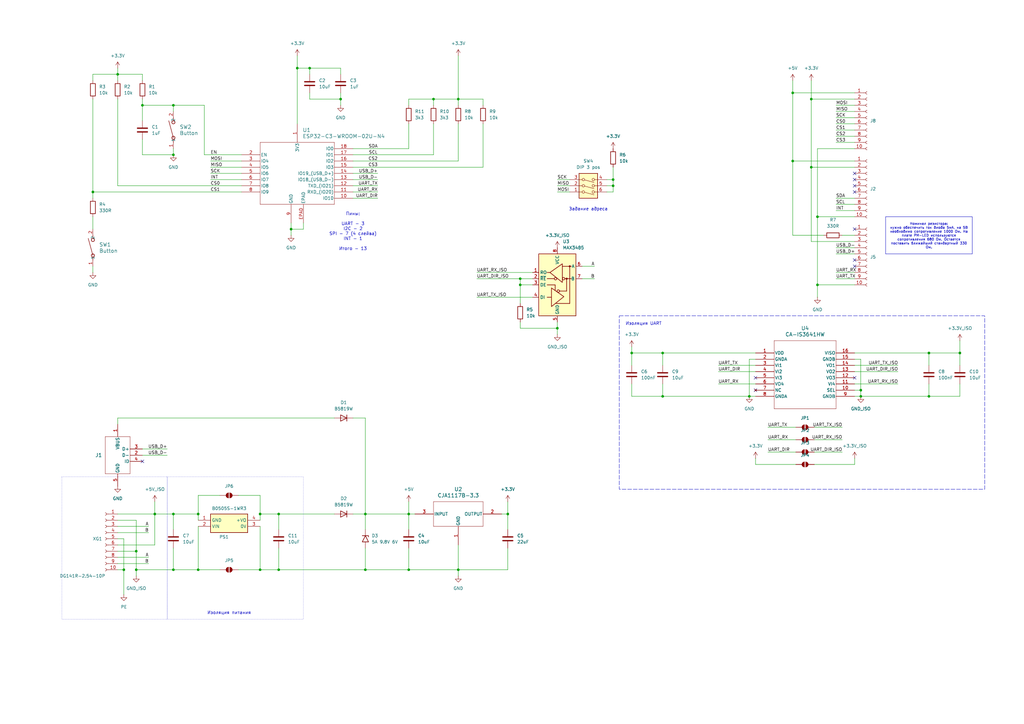
<source format=kicad_sch>
(kicad_sch (version 20231120) (generator "eeschema") (generator_version "8.0")
  (paper "A3")
  (title_block (title "${article} v${version}"))
  (junction (at 271.78 144.78))
  (junction (at 139.7 40.64))
  (junction (at 81.28 233.68))
  (junction (at 106.68 233.68))
  (junction (at 119.38 93.98))
  (junction (at 48.26 30.48))
  (junction (at 251.46 76.2))
  (junction (at 393.7 144.78))
  (junction (at 106.68 210.82))
  (junction (at 187.96 40.64))
  (junction (at 213.36 114.3))
  (junction (at 213.36 116.84))
  (junction (at 325.12 38.1))
  (junction (at 325.12 66.04))
  (junction (at 353.06 162.56))
  (junction (at 71.12 43.18))
  (junction (at 58.42 43.18))
  (junction (at 271.78 162.56))
  (junction (at 127 27.94))
  (junction (at 187.96 233.68))
  (junction (at 38.1 78.74))
  (junction (at 50.8 233.68))
  (junction (at 167.64 233.68))
  (junction (at 81.28 210.82))
  (junction (at 149.86 233.68))
  (junction (at 149.86 210.82))
  (junction (at 114.3 233.68))
  (junction (at 71.12 233.68))
  (junction (at 55.88 226.06))
  (junction (at 63.5 210.82))
  (junction (at 259.08 144.78))
  (junction (at 55.88 233.68))
  (junction (at 251.46 73.66))
  (junction (at 381 144.78))
  (junction (at 353.06 160.02))
  (junction (at 332.74 40.64))
  (junction (at 332.74 68.58))
  (junction (at 335.28 116.84))
  (junction (at 71.12 63.5))
  (junction (at 307.34 162.56))
  (junction (at 177.8 40.64))
  (junction (at 121.92 27.94))
  (junction (at 381 162.56))
  (junction (at 167.64 210.82))
  (junction (at 114.3 210.82))
  (junction (at 335.28 88.9))
  (junction (at 71.12 210.82))
  (junction (at 208.28 210.82))
  (junction (at 228.6 134.62))
  (no_connect (at 350.52 76.2))
  (no_connect (at 309.88 154.94))
  (no_connect (at 350.52 71.12))
  (no_connect (at 350.52 78.74))
  (no_connect (at 350.52 93.98))
  (no_connect (at 350.52 106.68))
  (no_connect (at 350.52 154.94))
  (no_connect (at 350.52 109.22))
  (no_connect (at 350.52 73.66))
  (no_connect (at 309.88 160.02))
  (no_connect (at 58.42 189.23))
  (wire (pts (xy 271.78 144.78) (xy 309.88 144.78)))
  (wire (pts (xy 332.74 40.64) (xy 350.52 40.64)))
  (wire (pts (xy 121.92 22.86) (xy 121.92 27.94)))
  (wire (pts (xy 334.01 185.42) (xy 345.44 185.42)))
  (wire (pts (xy 342.9 111.76) (xy 350.52 111.76)))
  (wire (pts (xy 350.52 157.48) (xy 368.3 157.48)))
  (wire (pts (xy 119.38 93.98) (xy 119.38 96.52)))
  (wire (pts (xy 325.12 66.04) (xy 325.12 96.52)))
  (wire (pts (xy 124.46 91.44) (xy 124.46 93.98)))
  (wire (pts (xy 58.42 30.48) (xy 58.42 33.02)))
  (wire (pts (xy 271.78 157.48) (xy 271.78 162.56)))
  (wire (pts (xy 228.6 78.74) (xy 233.68 78.74)))
  (wire (pts (xy 325.12 38.1) (xy 325.12 66.04)))
  (wire (pts (xy 342.9 50.8) (xy 350.52 50.8)))
  (wire (pts (xy 309.88 147.32) (xy 307.34 147.32)))
  (wire (pts (xy 50.8 233.68) (xy 48.26 233.68)))
  (wire (pts (xy 187.96 233.68) (xy 187.96 223.52)))
  (wire (pts (xy 248.92 76.2) (xy 251.46 76.2)))
  (wire (pts (xy 259.08 142.24) (xy 259.08 144.78)))
  (wire (pts (xy 271.78 149.86) (xy 271.78 144.78)))
  (wire (pts (xy 50.8 220.98) (xy 50.8 233.68)))
  (wire (pts (xy 144.78 171.45) (xy 149.86 171.45)))
  (wire (pts (xy 342.9 86.36) (xy 350.52 86.36)))
  (wire (pts (xy 167.64 210.82) (xy 167.64 217.17)))
  (wire (pts (xy 381 144.78) (xy 393.7 144.78)))
  (wire (pts (xy 248.92 73.66) (xy 251.46 73.66)))
  (wire (pts (xy 106.68 213.36) (xy 106.68 210.82)))
  (wire (pts (xy 71.12 43.18) (xy 71.12 45.72)))
  (wire (pts (xy 187.96 40.64) (xy 187.96 43.18)))
  (wire (pts (xy 58.42 43.18) (xy 58.42 49.53)))
  (wire (pts (xy 334.01 180.34) (xy 345.44 180.34)))
  (wire (pts (xy 58.42 63.5) (xy 71.12 63.5)))
  (wire (pts (xy 144.78 81.28) (xy 154.94 81.28)))
  (wire (pts (xy 259.08 149.86) (xy 259.08 144.78)))
  (wire (pts (xy 48.26 173.99) (xy 48.26 171.45)))
  (wire (pts (xy 381 144.78) (xy 350.52 144.78)))
  (wire (pts (xy 127 38.1) (xy 127 40.64)))
  (wire (pts (xy 342.9 101.6) (xy 350.52 101.6)))
  (wire (pts (xy 144.78 76.2) (xy 154.94 76.2)))
  (wire (pts (xy 335.28 60.96) (xy 335.28 88.9)))
  (wire (pts (xy 393.7 157.48) (xy 393.7 162.56)))
  (wire (pts (xy 294.64 152.4) (xy 309.88 152.4)))
  (wire (pts (xy 81.28 215.9) (xy 81.28 233.68)))
  (wire (pts (xy 187.96 50.8) (xy 187.96 66.04)))
  (wire (pts (xy 149.86 224.79) (xy 149.86 233.68)))
  (wire (pts (xy 332.74 68.58) (xy 350.52 68.58)))
  (wire (pts (xy 71.12 224.79) (xy 71.12 233.68)))
  (wire (pts (xy 48.26 213.36) (xy 55.88 213.36)))
  (wire (pts (xy 334.01 175.26) (xy 345.44 175.26)))
  (wire (pts (xy 314.96 185.42) (xy 326.39 185.42)))
  (wire (pts (xy 353.06 162.56) (xy 381 162.56)))
  (wire (pts (xy 307.34 162.56) (xy 309.88 162.56)))
  (wire (pts (xy 342.9 48.26) (xy 350.52 48.26)))
  (wire (pts (xy 381 157.48) (xy 381 162.56)))
  (wire (pts (xy 71.12 217.17) (xy 71.12 210.82)))
  (wire (pts (xy 213.36 132.08) (xy 213.36 134.62)))
  (wire (pts (xy 114.3 224.79) (xy 114.3 233.68)))
  (wire (pts (xy 86.36 71.12) (xy 99.06 71.12)))
  (wire (pts (xy 38.1 88.9) (xy 38.1 93.98)))
  (wire (pts (xy 38.1 30.48) (xy 48.26 30.48)))
  (wire (pts (xy 106.68 233.68) (xy 114.3 233.68)))
  (wire (pts (xy 195.58 114.3) (xy 213.36 114.3)))
  (wire (pts (xy 58.42 40.64) (xy 58.42 43.18)))
  (wire (pts (xy 350.52 60.96) (xy 335.28 60.96)))
  (wire (pts (xy 167.64 210.82) (xy 170.18 210.82)))
  (wire (pts (xy 38.1 33.02) (xy 38.1 30.48)))
  (wire (pts (xy 58.42 186.69) (xy 68.58 186.69)))
  (wire (pts (xy 342.9 53.34) (xy 350.52 53.34)))
  (wire (pts (xy 48.26 30.48) (xy 58.42 30.48)))
  (wire (pts (xy 58.42 184.15) (xy 68.58 184.15)))
  (wire (pts (xy 149.86 210.82) (xy 149.86 217.17)))
  (wire (pts (xy 121.92 27.94) (xy 121.92 50.8)))
  (wire (pts (xy 187.96 236.22) (xy 187.96 233.68)))
  (wire (pts (xy 127 40.64) (xy 139.7 40.64)))
  (wire (pts (xy 71.12 43.18) (xy 83.82 43.18)))
  (wire (pts (xy 167.64 40.64) (xy 177.8 40.64)))
  (wire (pts (xy 38.1 109.22) (xy 38.1 111.76)))
  (wire (pts (xy 177.8 40.64) (xy 187.96 40.64)))
  (wire (pts (xy 38.1 78.74) (xy 38.1 40.64)))
  (wire (pts (xy 325.12 33.02) (xy 325.12 38.1)))
  (wire (pts (xy 48.26 40.64) (xy 48.26 76.2)))
  (wire (pts (xy 228.6 134.62) (xy 228.6 137.16)))
  (wire (pts (xy 259.08 144.78) (xy 271.78 144.78)))
  (wire (pts (xy 208.28 210.82) (xy 208.28 217.17)))
  (wire (pts (xy 167.64 50.8) (xy 167.64 60.96)))
  (wire (pts (xy 48.26 228.6) (xy 60.96 228.6)))
  (wire (pts (xy 144.78 210.82) (xy 149.86 210.82)))
  (wire (pts (xy 119.38 91.44) (xy 119.38 93.98)))
  (wire (pts (xy 121.92 27.94) (xy 127 27.94)))
  (wire (pts (xy 218.44 116.84) (xy 213.36 116.84)))
  (wire (pts (xy 139.7 27.94) (xy 139.7 30.48)))
  (wire (pts (xy 106.68 210.82) (xy 114.3 210.82)))
  (wire (pts (xy 149.86 233.68) (xy 167.64 233.68)))
  (wire (pts (xy 350.52 116.84) (xy 335.28 116.84)))
  (wire (pts (xy 208.28 233.68) (xy 187.96 233.68)))
  (wire (pts (xy 55.88 226.06) (xy 55.88 233.68)))
  (wire (pts (xy 393.7 149.86) (xy 393.7 144.78)))
  (wire (pts (xy 55.88 213.36) (xy 55.88 226.06)))
  (wire (pts (xy 309.88 190.5) (xy 309.88 187.96)))
  (wire (pts (xy 294.64 157.48) (xy 309.88 157.48)))
  (wire (pts (xy 48.26 223.52) (xy 63.5 223.52)))
  (wire (pts (xy 81.28 233.68) (xy 90.17 233.68)))
  (wire (pts (xy 71.12 233.68) (xy 81.28 233.68)))
  (wire (pts (xy 167.64 233.68) (xy 187.96 233.68)))
  (wire (pts (xy 48.26 220.98) (xy 50.8 220.98)))
  (wire (pts (xy 63.5 205.74) (xy 63.5 210.82)))
  (wire (pts (xy 55.88 233.68) (xy 71.12 233.68)))
  (wire (pts (xy 144.78 68.58) (xy 198.12 68.58)))
  (wire (pts (xy 48.26 171.45) (xy 137.16 171.45)))
  (wire (pts (xy 127 27.94) (xy 139.7 27.94)))
  (wire (pts (xy 38.1 78.74) (xy 38.1 81.28)))
  (wire (pts (xy 71.12 60.96) (xy 71.12 63.5)))
  (wire (pts (xy 177.8 43.18) (xy 177.8 40.64)))
  (wire (pts (xy 342.9 58.42) (xy 350.52 58.42)))
  (wire (pts (xy 251.46 68.58) (xy 251.46 73.66)))
  (wire (pts (xy 139.7 40.64) (xy 139.7 43.18)))
  (wire (pts (xy 350.52 187.96) (xy 350.52 190.5)))
  (wire (pts (xy 119.38 93.98) (xy 124.46 93.98)))
  (wire (pts (xy 337.82 96.52) (xy 325.12 96.52)))
  (wire (pts (xy 271.78 162.56) (xy 307.34 162.56)))
  (wire (pts (xy 83.82 43.18) (xy 83.82 63.5)))
  (wire (pts (xy 63.5 210.82) (xy 63.5 223.52)))
  (wire (pts (xy 97.79 233.68) (xy 106.68 233.68)))
  (wire (pts (xy 208.28 210.82) (xy 208.28 205.74)))
  (wire (pts (xy 381 149.86) (xy 381 144.78)))
  (wire (pts (xy 90.17 203.2) (xy 81.28 203.2)))
  (wire (pts (xy 48.26 76.2) (xy 99.06 76.2)))
  (wire (pts (xy 393.7 139.7) (xy 393.7 144.78)))
  (wire (pts (xy 71.12 210.82) (xy 81.28 210.82)))
  (wire (pts (xy 350.52 190.5) (xy 334.01 190.5)))
  (wire (pts (xy 106.68 215.9) (xy 106.68 233.68)))
  (wire (pts (xy 350.52 152.4) (xy 368.3 152.4)))
  (wire (pts (xy 228.6 73.66) (xy 233.68 73.66)))
  (wire (pts (xy 228.6 134.62) (xy 228.6 132.08)))
  (wire (pts (xy 342.9 55.88) (xy 350.52 55.88)))
  (wire (pts (xy 350.52 160.02) (xy 353.06 160.02)))
  (wire (pts (xy 350.52 147.32) (xy 353.06 147.32)))
  (wire (pts (xy 381 162.56) (xy 393.7 162.56)))
  (wire (pts (xy 342.9 114.3) (xy 350.52 114.3)))
  (wire (pts (xy 259.08 162.56) (xy 271.78 162.56)))
  (wire (pts (xy 187.96 40.64) (xy 198.12 40.64)))
  (wire (pts (xy 332.74 40.64) (xy 332.74 68.58)))
  (wire (pts (xy 213.36 116.84) (xy 213.36 124.46)))
  (wire (pts (xy 195.58 121.92) (xy 218.44 121.92)))
  (wire (pts (xy 63.5 210.82) (xy 48.26 210.82)))
  (wire (pts (xy 228.6 76.2) (xy 233.68 76.2)))
  (wire (pts (xy 144.78 78.74) (xy 154.94 78.74)))
  (wire (pts (xy 114.3 217.17) (xy 114.3 210.82)))
  (wire (pts (xy 187.96 22.86) (xy 187.96 40.64)))
  (wire (pts (xy 208.28 224.79) (xy 208.28 233.68)))
  (wire (pts (xy 149.86 233.68) (xy 114.3 233.68)))
  (wire (pts (xy 195.58 111.76) (xy 218.44 111.76)))
  (wire (pts (xy 332.74 33.02) (xy 332.74 40.64)))
  (wire (pts (xy 149.86 171.45) (xy 149.86 210.82)))
  (wire (pts (xy 213.36 134.62) (xy 228.6 134.62)))
  (wire (pts (xy 342.9 81.28) (xy 350.52 81.28)))
  (wire (pts (xy 114.3 210.82) (xy 137.16 210.82)))
  (wire (pts (xy 177.8 50.8) (xy 177.8 63.5)))
  (wire (pts (xy 58.42 43.18) (xy 71.12 43.18)))
  (wire (pts (xy 332.74 99.06) (xy 350.52 99.06)))
  (wire (pts (xy 353.06 147.32) (xy 353.06 160.02)))
  (wire (pts (xy 144.78 60.96) (xy 167.64 60.96)))
  (wire (pts (xy 48.26 30.48) (xy 48.26 33.02)))
  (wire (pts (xy 314.96 180.34) (xy 326.39 180.34)))
  (wire (pts (xy 251.46 76.2) (xy 251.46 78.74)))
  (wire (pts (xy 248.92 78.74) (xy 251.46 78.74)))
  (wire (pts (xy 314.96 175.26) (xy 326.39 175.26)))
  (wire (pts (xy 81.28 213.36) (xy 81.28 210.82)))
  (wire (pts (xy 325.12 38.1) (xy 350.52 38.1)))
  (wire (pts (xy 335.28 116.84) (xy 335.28 121.92)))
  (wire (pts (xy 326.39 190.5) (xy 309.88 190.5)))
  (wire (pts (xy 353.06 160.02) (xy 353.06 162.56)))
  (wire (pts (xy 144.78 66.04) (xy 187.96 66.04)))
  (wire (pts (xy 63.5 210.82) (xy 71.12 210.82)))
  (wire (pts (xy 144.78 71.12) (xy 154.94 71.12)))
  (wire (pts (xy 86.36 68.58) (xy 99.06 68.58)))
  (wire (pts (xy 251.46 73.66) (xy 251.46 76.2)))
  (wire (pts (xy 259.08 157.48) (xy 259.08 162.56)))
  (wire (pts (xy 167.64 205.74) (xy 167.64 210.82)))
  (wire (pts (xy 50.8 243.84) (xy 50.8 233.68)))
  (wire (pts (xy 238.76 109.22) (xy 243.84 109.22)))
  (wire (pts (xy 167.64 224.79) (xy 167.64 233.68)))
  (wire (pts (xy 198.12 43.18) (xy 198.12 40.64)))
  (wire (pts (xy 48.26 215.9) (xy 60.96 215.9)))
  (wire (pts (xy 342.9 45.72) (xy 350.52 45.72)))
  (wire (pts (xy 342.9 43.18) (xy 350.52 43.18)))
  (wire (pts (xy 342.9 104.14) (xy 350.52 104.14)))
  (wire (pts (xy 213.36 116.84) (xy 213.36 114.3)))
  (wire (pts (xy 205.74 210.82) (xy 208.28 210.82)))
  (wire (pts (xy 238.76 114.3) (xy 243.84 114.3)))
  (wire (pts (xy 350.52 96.52) (xy 345.44 96.52)))
  (wire (pts (xy 350.52 149.86) (xy 368.3 149.86)))
  (wire (pts (xy 97.79 203.2) (xy 106.68 203.2)))
  (wire (pts (xy 350.52 162.56) (xy 353.06 162.56)))
  (wire (pts (xy 144.78 73.66) (xy 154.94 73.66)))
  (wire (pts (xy 149.86 210.82) (xy 167.64 210.82)))
  (wire (pts (xy 335.28 116.84) (xy 335.28 88.9)))
  (wire (pts (xy 127 30.48) (xy 127 27.94)))
  (wire (pts (xy 48.26 231.14) (xy 60.96 231.14)))
  (wire (pts (xy 48.26 27.94) (xy 48.26 30.48)))
  (wire (pts (xy 335.28 88.9) (xy 350.52 88.9)))
  (wire (pts (xy 144.78 63.5) (xy 177.8 63.5)))
  (wire (pts (xy 106.68 203.2) (xy 106.68 210.82)))
  (wire (pts (xy 294.64 149.86) (xy 309.88 149.86)))
  (wire (pts (xy 307.34 147.32) (xy 307.34 162.56)))
  (wire (pts (xy 332.74 99.06) (xy 332.74 68.58)))
  (wire (pts (xy 198.12 50.8) (xy 198.12 68.58)))
  (wire (pts (xy 55.88 233.68) (xy 55.88 236.22)))
  (wire (pts (xy 86.36 66.04) (xy 99.06 66.04)))
  (wire (pts (xy 58.42 57.15) (xy 58.42 63.5)))
  (wire (pts (xy 81.28 203.2) (xy 81.28 210.82)))
  (wire (pts (xy 325.12 66.04) (xy 350.52 66.04)))
  (wire (pts (xy 342.9 83.82) (xy 350.52 83.82)))
  (wire (pts (xy 83.82 63.5) (xy 99.06 63.5)))
  (wire (pts (xy 48.26 226.06) (xy 55.88 226.06)))
  (wire (pts (xy 213.36 114.3) (xy 218.44 114.3)))
  (wire (pts (xy 38.1 78.74) (xy 99.06 78.74)))
  (wire (pts (xy 86.36 73.66) (xy 99.06 73.66)))
  (wire (pts (xy 139.7 38.1) (xy 139.7 40.64)))
  (wire (pts (xy 48.26 218.44) (xy 60.96 218.44)))
  (wire (pts (xy 167.64 43.18) (xy 167.64 40.64)))
  (rectangle (start 25.4 195.58) (end 68.58 254) (stroke (width 0) (type dot)))
  (rectangle (start 254 129.54) (end 403.86 200.66) (stroke (width 0) (type dash)))
  (rectangle (start 68.58 195.58) (end 124.46 254) (stroke (width 0) (type dot)))
  (text_box "Номинал резистора:\nнужно обеспечить ток диода 5мА, на 5В необходимо сопротивление 1000 Ом. На плате PM-LED используются сопротивления 680 Ом. Остается поставить ближайший стандартный 330 Ом." (at 363.22 88.9 0) (size 35.56 15.24) (effects (font (size 1 1))))
  (text "Задание адреса" (at 241.3 85.852 0) (effects (font (size 1.27 1.27))))
  (text "Пины:\n\nUART - 3\nI2C - 2\nSPI - 7 (4 слейва)\nINT - 1\n\nИтого - 13" (at 144.78 94.996 0) (effects (font (size 1.27 1.27))))
  (text "Изоляция UART" (at 256.54 132.08 0) (effects (font (size 1.27 1.27)) (justify left top)))
  (text "Изоляция питания" (at 93.98 251.46 0) (effects (font (size 1.27 1.27))))
  (label "UART_RX_ISO" (at 368.3 157.48 180))
  (label "SDA" (at 342.9 81.28 0))
  (label "USB_D+" (at 68.58 184.15 180))
  (label "CS2" (at 154.94 66.04 180))
  (label "UART_DIR_ISO" (at 195.58 114.3 0))
  (label "USB_D-" (at 68.58 186.69 180))
  (label "CS0" (at 86.36 76.2 0))
  (label "CS1" (at 86.36 78.74 0))
  (label "UART_RX" (at 294.64 157.48 0))
  (label "UART_DIR_ISO" (at 368.3 152.4 180))
  (label "SCK" (at 228.6 73.66 0))
  (label "CS1" (at 342.9 53.34 0))
  (label "UART_TX_ISO" (at 345.44 175.26 180))
  (label "CS2" (at 342.9 55.88 0))
  (label "MISO" (at 228.6 76.2 0))
  (label "SCK" (at 86.36 71.12 0))
  (label "MOSI" (at 342.9 43.18 0))
  (label "UART_DIR" (at 314.96 185.42 0))
  (label "SCL" (at 342.9 83.82 0))
  (label "CS0" (at 342.9 50.8 0))
  (label "UART_DIR" (at 294.64 152.4 0))
  (label "SCK" (at 342.9 48.26 0))
  (label "UART_RX" (at 314.96 180.34 0))
  (label "USB_D+" (at 342.9 104.14 0))
  (label "A" (at 243.84 109.22 180))
  (label "INT" (at 342.9 86.36 0))
  (label "USB_D-" (at 154.94 73.66 180))
  (label "SCL" (at 154.94 63.5 180))
  (label "UART_RX_ISO" (at 345.44 180.34 180))
  (label "USB_D+" (at 154.94 71.12 180))
  (label "A" (at 60.96 228.6 180))
  (label "MISO" (at 342.9 45.72 0))
  (label "UART_TX_ISO" (at 368.3 149.86 180))
  (label "A" (at 60.96 215.9 180))
  (label "UART_DIR_ISO" (at 345.44 185.42 180))
  (label "UART_TX_ISO" (at 195.58 121.92 0))
  (label "CS3" (at 342.9 58.42 0))
  (label "MISO" (at 86.36 68.58 0))
  (label "SDA" (at 154.94 60.96 180))
  (label "UART_TX" (at 342.9 114.3 0))
  (label "UART_TX" (at 294.64 149.86 0))
  (label "UART_RX" (at 154.94 78.74 180))
  (label "UART_RX_ISO" (at 195.58 111.76 0))
  (label "CS3" (at 154.94 68.58 180))
  (label "EN" (at 86.36 63.5 0))
  (label "MOSI" (at 228.6 78.74 0))
  (label "UART_TX" (at 314.96 175.26 0))
  (label "UART_RX" (at 342.9 111.76 0))
  (label "B" (at 60.96 218.44 180))
  (label "MOSI" (at 86.36 66.04 0))
  (label "B" (at 60.96 231.14 180))
  (label "UART_TX" (at 154.94 76.2 180))
  (label "INT" (at 86.36 73.66 0))
  (label "USB_D-" (at 342.9 101.6 0))
  (label "UART_DIR" (at 154.94 81.28 180))
  (label "B" (at 243.84 114.3 180))
  (symbol (lib_id "kicad_inventree_lib:R_10k_1206_1%") (at 48.26 36.83 0) (unit 1)
    (property "Reference" "R2" (at 50.8 35.5599 0) (effects (justify left)))
    (property "Value" "10k" (at 50.8 38.0999 0) (effects (justify left)))
    (property "Footprint" "Resistor_SMD:R_1206_3216Metric_Pad1.30x1.75mm_HandSolder" (effects (hide yes)))
    (property "Datasheet" "http://inventree.network/part/26/" (effects (hide yes)))
    (property "Description" "Resistor" (effects (hide yes)))
    (property "NextPCB_price" "0.00169" (effects (hide yes)))
    (property "NextPCB_url" "https://www.hqonline.com/product-detail/chip-resistors-fojan-frc1206f3301ts-2500354421" (effects (hide yes)))
    (property "part_ipn" "R_10k_1206_1%" (effects (hide yes)))
  )
  (symbol (lib_id "kicad_inventree_lib:DA-03BLP") (at 241.3 76.2 0) (mirror x) (unit 1)
    (property "Reference" "SW4" (at 241.3 66.04 0))
    (property "Value" "DIP 3 pos" (at 241.3 68.58 0))
    (property "Footprint" "kicad_inventree_lib:DA03BLP" (effects (hide yes)))
    (property "Datasheet" "http://inventree.network/part/175/" (effects (hide yes)))
    (property "Description" "3 positions SPST 24V Blue 25mA 3000 Times Flat Toggle, Raised Style Plugin DIP Switches" (effects (hide yes)))
    (property "part_ipn" "DA-03BLP" (effects (hide yes)))
  )
  (symbol (lib_id "kicad_inventree_lib:TS-1088-AR02016") (at 71.12 60.96 90) (unit 1)
    (property "Reference" "SW2" (at 73.66 52.0699 90) (effects (font (size 1.524 1.524)) (justify right)))
    (property "Value" "Button" (at 73.66 54.6099 90) (effects (font (size 1.524 1.524)) (justify right)))
    (property "Footprint" "kicad_inventree_lib:SW_TS-1088_XNP-M" (effects (hide yes)))
    (property "Datasheet" "http://inventree.network/part/139/" (effects (hide yes)))
    (property "part_ipn" "TS-1088-AR02016 " (effects (hide yes)))
  )
  (symbol (lib_id "kicad_inventree_lib:R_10k_1206_1%") (at 251.46 64.77 0) (unit 1)
    (property "Reference" "R6" (at 254 63.4999 0) (effects (justify left)))
    (property "Value" "10k" (at 254 66.0399 0) (effects (justify left)))
    (property "Footprint" "Resistor_SMD:R_1206_3216Metric_Pad1.30x1.75mm_HandSolder" (effects (hide yes)))
    (property "Datasheet" "http://inventree.network/part/26/" (effects (hide yes)))
    (property "Description" "Resistor" (effects (hide yes)))
    (property "NextPCB_price" "0.00169" (effects (hide yes)))
    (property "NextPCB_url" "https://www.hqonline.com/product-detail/chip-resistors-fojan-frc1206f3301ts-2500354421" (effects (hide yes)))
    (property "part_ipn" "R_10k_1206_1%" (effects (hide yes)))
  )
  (symbol (lib_id "kicad_inventree_lib:C_10uF_16V_1206") (at 127 34.29 180) (unit 1)
    (property "Reference" "C2" (at 130.81 33.0199 0) (effects (justify right)))
    (property "Value" "10uF" (at 130.81 35.5599 0) (effects (justify right)))
    (property "Footprint" "Capacitor_SMD:C_1206_3216Metric_Pad1.33x1.80mm_HandSolder" (effects (hide yes)))
    (property "Datasheet" "http://inventree.network/part/141/" (effects (hide yes)))
    (property "Description" "Unpolarized capacitor" (effects (hide yes)))
    (property "part_ipn" "C_10uF_16V_1206" (effects (hide yes)))
  )
  (symbol (lib_id "power:GND") (at 307.34 162.56 0) (unit 1)
    (property "Reference" "#PWR021" (effects (hide yes)))
    (property "Value" "GND" (at 307.34 167.64 0))
    (property "Description" "Power symbol creates a global label with name \"GND\" , ground" (effects (hide yes)))
  )
  (symbol (lib_id "kicad_inventree_lib:R_330R_1206_1%") (at 38.1 85.09 0) (unit 1)
    (property "Reference" "R4" (at 40.64 83.8199 0) (effects (justify left)))
    (property "Value" "330R" (at 40.64 86.3599 0) (effects (justify left)))
    (property "Footprint" "Resistor_SMD:R_1206_3216Metric_Pad1.30x1.75mm_HandSolder" (effects (hide yes)))
    (property "Datasheet" "http://inventree.network/part/140/" (effects (hide yes)))
    (property "Description" "Resistor" (effects (hide yes)))
    (property "part_ipn" "R_330R_1206_1% " (effects (hide yes)))
  )
  (symbol (lib_id "power:+3.3V") (at 251.46 60.96 0) (unit 1)
    (property "Reference" "#PWR012" (effects (hide yes)))
    (property "Value" "+3.3V" (at 251.46 55.88 0))
    (property "Description" "Power symbol creates a global label with name \"+3.3V\"" (effects (hide yes)))
  )
  (symbol (lib_id "kicad_inventree_lib:C_1uF_16V_1206") (at 58.42 53.34 0) (unit 1)
    (property "Reference" "C1" (at 62.23 52.0699 0) (effects (justify left)))
    (property "Value" "1uF" (at 62.23 54.6099 0) (effects (justify left)))
    (property "Footprint" "Capacitor_SMD:C_1206_3216Metric_Pad1.33x1.80mm_HandSolder" (effects (hide yes)))
    (property "Datasheet" "http://inventree.network/part/141/" (effects (hide yes)))
    (property "Description" "Unpolarized capacitor" (effects (hide yes)))
    (property "part_ipn" "C_1uF_16V_1206" (effects (hide yes)))
  )
  (symbol (lib_id "power:GND") (at 139.7 43.18 0) (unit 1)
    (property "Reference" "#PWR010" (effects (hide yes)))
    (property "Value" "GND" (at 139.7 48.26 0))
    (property "Description" "Power symbol creates a global label with name \"GND\" , ground" (effects (hide yes)))
  )
  (symbol (lib_id "kicad_inventree_lib:R_10k_1206_1%") (at 38.1 36.83 0) (unit 1)
    (property "Reference" "R3" (at 40.64 35.5599 0) (effects (justify left)))
    (property "Value" "10k" (at 40.64 38.0999 0) (effects (justify left)))
    (property "Footprint" "Resistor_SMD:R_1206_3216Metric_Pad1.30x1.75mm_HandSolder" (effects (hide yes)))
    (property "Datasheet" "http://inventree.network/part/26/" (effects (hide yes)))
    (property "Description" "Resistor" (effects (hide yes)))
    (property "NextPCB_price" "0.00169" (effects (hide yes)))
    (property "NextPCB_url" "https://www.hqonline.com/product-detail/chip-resistors-fojan-frc1206f3301ts-2500354421" (effects (hide yes)))
    (property "part_ipn" "R_10k_1206_1%" (effects (hide yes)))
  )
  (symbol (lib_id "kicad_inventree_lib:C_22uF_16V_1206") (at 208.28 220.98 0) (unit 1)
    (property "Reference" "C5" (at 212.09 219.7099 0) (effects (justify left)))
    (property "Value" "22uF" (at 212.09 222.2499 0) (effects (justify left)))
    (property "Footprint" "Capacitor_SMD:C_1206_3216Metric_Pad1.33x1.80mm_HandSolder" (effects (hide yes)))
    (property "Datasheet" "http://inventree.network/part/166/" (effects (hide yes)))
    (property "Description" "Unpolarized capacitor" (effects (hide yes)))
    (property "part_ipn" "C_22uF_16V_1206" (effects (hide yes)))
  )
  (symbol (lib_id "power:+5V") (at 325.12 33.02 0) (unit 1)
    (property "Reference" "#PWR03" (effects (hide yes)))
    (property "Value" "+5V" (at 325.12 27.94 0))
    (property "Description" "Power symbol creates a global label with name \"+5V\"" (effects (hide yes)))
  )
  (symbol (lib_id "kicad_inventree_lib:C_10uF_16V_1206") (at 271.78 153.67 0) (unit 1)
    (property "Reference" "C9" (at 275.59 152.3999 0) (effects (justify left)))
    (property "Value" "10uF" (at 275.59 154.9399 0) (effects (justify left)))
    (property "Footprint" "Capacitor_SMD:C_1206_3216Metric_Pad1.33x1.80mm_HandSolder" (effects (hide yes)))
    (property "Datasheet" "http://inventree.network/part/141/" (effects (hide yes)))
    (property "Description" "Unpolarized capacitor" (effects (hide yes)))
    (property "part_ipn" "C_10uF_16V_1206" (effects (hide yes)))
    (property "optional" "1" (effects (hide yes)))
  )
  (symbol (lib_id "Jumper:SolderJumper_2_Open") (at 330.2 185.42 0) (unit 1) (exclude_from_sim yes) (in_bom no)
    (property "Reference" "JP3" (at 330.2 181.61 0))
    (property "Value" "SolderJumper_2_Open" (effects (hide yes)))
    (property "Footprint" "Jumper:SolderJumper-2_P1.3mm_Open_RoundedPad1.0x1.5mm" (effects (hide yes)))
    (property "Description" "Solder Jumper, 2-pole, open" (effects (hide yes)))
  )
  (symbol (lib_id "power:+3.3V") (at 350.52 187.96 0) (unit 1)
    (property "Reference" "#PWR026" (effects (hide yes)))
    (property "Value" "+3.3V_ISO" (at 350.52 182.88 0))
    (property "Description" "Power symbol creates a global label with name \"+3.3V\"" (effects (hide yes)))
  )
  (symbol (lib_id "kicad_inventree_lib:DG141R-2.54-10P") (at 43.18 220.98 0) (mirror y) (unit 1)
    (property "Reference" "XG1" (at 41.91 220.9799 0) (effects (justify left)))
    (property "Value" "DG141R-2.54-10P" (at 43.18 236.22 0) (effects (justify left)))
    (property "Footprint" "kicad_inventree_lib:DG141R-2.54-10P" (effects (hide yes)))
    (property "Datasheet" "http://inventree.network/platform/part/183/details" (effects (hide yes)))
    (property "Description" "Generic connector, single row, 01x10, script generated" (effects (hide yes)))
    (property "part_ipn" "DG141R-2.54-10P" (effects (hide yes)))
  )
  (symbol (lib_id "kicad_inventree_lib:B5819W") (at 140.97 171.45 180) (unit 1)
    (property "Reference" "D1" (at 140.97 165.1 0))
    (property "Value" "B5819W" (at 140.97 167.64 0))
    (property "Footprint" "Diode_SMD:D_SOD-123" (effects (hide yes)))
    (property "Datasheet" "http://inventree.network/part/6/" (effects (hide yes)))
    (property "Description" "Schottky diode" (effects (hide yes)))
    (property "Sim.Device" "D" (effects (hide yes)))
    (property "Sim.Pins" "1=K 2=A" (effects (hide yes)))
    (property "Manufacturer" "MDD" (effects (hide yes)))
    (property "NextPCB_price" "0.0107" (effects (hide yes)))
    (property "NextPCB_url" "https://www.hqonline.com/product-detail/schottky-diode-mdd-b5819w-2500218931" (effects (hide yes)))
    (property "part_ipn" "B5819W" (effects (hide yes)))
  )
  (symbol (lib_id "kicad_inventree_lib:TS-1088-AR02016") (at 38.1 109.22 90) (unit 1)
    (property "Reference" "SW1" (at 40.64 100.3299 90) (effects (font (size 1.524 1.524)) (justify right)))
    (property "Value" "Button" (at 40.64 102.8699 90) (effects (font (size 1.524 1.524)) (justify right)))
    (property "Footprint" "kicad_inventree_lib:SW_TS-1088_XNP-M" (effects (hide yes)))
    (property "Datasheet" "http://inventree.network/part/139/" (effects (hide yes)))
    (property "part_ipn" "TS-1088-AR02016 " (effects (hide yes)))
  )
  (symbol (lib_id "power:GND") (at 71.12 63.5 0) (unit 1)
    (property "Reference" "#PWR09" (effects (hide yes)))
    (property "Value" "GND" (at 71.12 68.58 0))
    (property "Description" "Power symbol creates a global label with name \"GND\" , ground" (effects (hide yes)))
  )
  (symbol (lib_name "AFA07-S10FCC-00_2") (lib_id "kicad_inventree_lib:AFA07-S10FCC-00") (at 355.6 76.2 0) (unit 1)
    (property "Reference" "J2" (at 356.87 77.4699 0) (effects (justify left)))
    (property "Value" "AFA07-S10FCC-00" (effects (hide yes)))
    (property "Footprint" "kicad_inventree_lib:CONN10_AFA07-S10_JUS" (effects (hide yes)))
    (property "Datasheet" "http://inventree.network/part/170/" (effects (hide yes)))
    (property "Description" "Generic connector, single row, 01x10, script generated" (effects (hide yes)))
    (property "part_ipn" "AFA07-S10FCC-00" (effects (hide yes)))
  )
  (symbol (lib_id "kicad_inventree_lib:LESD3Z5.0T1G") (at 149.86 220.98 270) (unit 1)
    (property "Reference" "D3" (at 152.4 219.7099 90) (effects (justify left)))
    (property "Value" "5A 9.8V 6V" (at 152.4 222.2499 90) (effects (justify left)))
    (property "Footprint" "Diode_SMD:D_SOD-323_HandSoldering" (effects (hide yes)))
    (property "Datasheet" "http://inventree.network/part/167/" (effects (hide yes)))
    (property "Description" "5A 9.8V 6V Unidirectional 5V SOD-323 ESD and Surge Protection (TVS/ESD) ROHS" (effects (hide yes)))
    (property "part_ipn" "LESD3Z5.0T1G" (effects (hide yes)))
  )
  (symbol (lib_id "kicad_inventree_lib:R_10k_1206_1%") (at 187.96 46.99 0) (unit 1)
    (property "Reference" "R8" (at 190.5 45.7199 0) (effects (justify left)))
    (property "Value" "10k" (at 190.5 48.2599 0) (effects (justify left)))
    (property "Footprint" "Resistor_SMD:R_1206_3216Metric_Pad1.30x1.75mm_HandSolder" (effects (hide yes)))
    (property "Datasheet" "http://inventree.network/part/26/" (effects (hide yes)))
    (property "Description" "Resistor" (effects (hide yes)))
    (property "NextPCB_price" "0.00169" (effects (hide yes)))
    (property "NextPCB_url" "https://www.hqonline.com/product-detail/chip-resistors-fojan-frc1206f3301ts-2500354421" (effects (hide yes)))
    (property "part_ipn" "R_10k_1206_1%" (effects (hide yes)))
  )
  (symbol (lib_id "kicad_inventree_lib:R_3k3_1206_1%") (at 177.8 46.99 0) (unit 1)
    (property "Reference" "R10" (at 180.34 45.7199 0) (effects (justify left)))
    (property "Value" "3k3" (at 180.34 48.2599 0) (effects (justify left)))
    (property "Footprint" "Resistor_SMD:R_1206_3216Metric_Pad1.30x1.75mm_HandSolder" (effects (hide yes)))
    (property "Datasheet" "http://inventree.network/part/4/" (effects (hide yes)))
    (property "Description" "Resistor" (effects (hide yes)))
    (property "NextPCB_price" "0.00169" (effects (hide yes)))
    (property "NextPCB_url" "https://www.hqonline.com/product-detail/chip-resistors-fojan-frc1206f3301ts-2500354421" (effects (hide yes)))
    (property "part_ipn" "R_3k3_1206_1%" (effects (hide yes)))
  )
  (symbol (lib_id "power:+3.3V") (at 332.74 33.02 0) (unit 1)
    (property "Reference" "#PWR04" (effects (hide yes)))
    (property "Value" "+3.3V" (at 332.74 27.94 0))
    (property "Description" "Power symbol creates a global label with name \"+3.3V\"" (effects (hide yes)))
  )
  (symbol (lib_id "kicad_inventree_lib:XKG_U254-051T-4BH83-S1S") (at 48.26 179.07 0) (mirror y) (unit 1)
    (property "Reference" "J1" (at 41.91 186.6899 0) (effects (font (size 1.524 1.524)) (justify left)))
    (property "Value" "U254-051T-4BH83-S1S" (effects (hide yes)))
    (property "Footprint" "kicad_inventree_lib:CONN5_H83-S1S_XKB" (effects (hide yes)))
    (property "Datasheet" "http://inventree.network/part/136/" (effects (hide yes)))
    (property "part_ipn" "U254-051T-4BH83-S1S " (effects (hide yes)))
  )
  (symbol (lib_id "kicad_inventree_lib:C_1uF_16V_1206") (at 139.7 34.29 0) (unit 1)
    (property "Reference" "C3" (at 143.51 33.0199 0) (effects (justify left)))
    (property "Value" "1uF" (at 143.51 35.5599 0) (effects (justify left)))
    (property "Footprint" "Capacitor_SMD:C_1206_3216Metric_Pad1.33x1.80mm_HandSolder" (effects (hide yes)))
    (property "Datasheet" "http://inventree.network/part/141/" (effects (hide yes)))
    (property "Description" "Unpolarized capacitor" (effects (hide yes)))
    (property "part_ipn" "C_1uF_16V_1206" (effects (hide yes)))
  )
  (symbol (lib_id "kicad_inventree_lib:B0505S-1WR3") (at 78.74 213.36 0) (unit 1)
    (property "Reference" "PS1" (at 89.916 220.218 0) (effects (justify left)))
    (property "Value" "B0505S-1WR3" (at 86.868 208.534 0) (effects (justify left)))
    (property "Footprint" "B0505S1WR3" (effects (hide yes)))
    (property "Datasheet" "http://inventree.network/platform/part/181/details" (effects (hide yes)))
    (property "Description" "SIP Converter" (effects (hide yes)))
    (property "Height" "10.16" (effects (hide yes)))
    (property "Manufacturer_Name" "Mornsun Power" (effects (hide yes)))
    (property "Manufacturer_Part_Number" "B0505S-1WR3" (effects (hide yes)))
    (property "part_ipn" "B0505S-1WR3" (effects (hide yes)))
    (property "optional" "1" (effects (hide yes)))
  )
  (symbol (lib_id "Jumper:SolderJumper_2_Open") (at 93.98 203.2 0) (unit 1) (exclude_from_sim yes) (in_bom no)
    (property "Reference" "JP6" (at 93.98 199.39 0))
    (property "Value" "SolderJumper_2_Open" (effects (hide yes)))
    (property "Footprint" "Jumper:SolderJumper-2_P1.3mm_Open_RoundedPad1.0x1.5mm" (effects (hide yes)))
    (property "Description" "Solder Jumper, 2-pole, open" (effects (hide yes)))
  )
  (symbol (lib_id "power:+3.3V") (at 228.6 101.6 0) (unit 1)
    (property "Reference" "#PWR017" (effects (hide yes)))
    (property "Value" "+3.3V_ISO" (at 228.6 96.52 0))
    (property "Description" "Power symbol creates a global label with name \"+3.3V\"" (effects (hide yes)))
  )
  (symbol (lib_id "power:+3.3V") (at 121.92 22.86 0) (unit 1)
    (property "Reference" "#PWR014" (effects (hide yes)))
    (property "Value" "+3.3V" (at 121.92 17.78 0))
    (property "Description" "Power symbol creates a global label with name \"+3.3V\"" (effects (hide yes)))
  )
  (symbol (lib_id "power:GND") (at 187.96 236.22 0) (mirror y) (unit 1)
    (property "Reference" "#PWR05" (effects (hide yes)))
    (property "Value" "GND" (at 187.96 241.3 0))
    (property "Description" "Power symbol creates a global label with name \"GND\" , ground" (effects (hide yes)))
  )
  (symbol (lib_id "kicad_inventree_lib:R_330R_1206_1%") (at 341.63 96.52 90) (unit 1)
    (property "Reference" "R7" (at 341.63 90.17 90))
    (property "Value" "330R" (at 341.63 92.71 90))
    (property "Footprint" "Resistor_SMD:R_1206_3216Metric_Pad1.30x1.75mm_HandSolder" (effects (hide yes)))
    (property "Datasheet" "http://inventree.network/part/140/" (effects (hide yes)))
    (property "Description" "Resistor" (effects (hide yes)))
    (property "part_ipn" "R_330R_1206_1% " (effects (hide yes)))
  )
  (symbol (lib_id "kicad_inventree_lib:ESP32-C3-WROOM-02U-N4") (at 121.92 58.42 0) (unit 1)
    (property "Reference" "U1" (at 124.1141 53.34 0) (effects (font (size 1.524 1.524)) (justify left)))
    (property "Value" "ESP32-C3-WROOM-02U-N4" (at 124.1141 55.88 0) (effects (font (size 1.524 1.524)) (justify left)))
    (property "Footprint" "ESP32-C3-WROOM-02U_EXP" (effects (hide yes)))
    (property "Datasheet" "http://inventree.network/part/132/" (effects (hide yes)))
    (property "part_ipn" "ESP32-C3-WROOM-02U-N4" (effects (hide yes)))
  )
  (symbol (lib_id "kicad_inventree_lib:C_100nF_50V_1206") (at 259.08 153.67 0) (unit 1)
    (property "Reference" "C6" (at 262.89 152.3999 0) (effects (justify left)))
    (property "Value" "100nF" (at 262.89 154.9399 0) (effects (justify left)))
    (property "Footprint" "Capacitor_SMD:C_1206_3216Metric_Pad1.33x1.80mm_HandSolder" (effects (hide yes)))
    (property "Datasheet" "http://inventree.network/part/44/" (effects (hide yes)))
    (property "Description" "Unpolarized capacitor" (effects (hide yes)))
    (property "part_ipn" "C_100nF_50V_1206" (effects (hide yes)))
    (property "optional" "1" (effects (hide yes)))
  )
  (symbol (lib_id "Interface_UART:MAX3485") (at 228.6 116.84 0) (unit 1)
    (property "Reference" "U3" (at 230.7941 99.06 0) (effects (justify left)))
    (property "Value" "MAX3485" (at 230.7941 101.6 0) (effects (justify left)))
    (property "Footprint" "Package_SO:SOIC-8_3.9x4.9mm_P1.27mm" (effects (hide yes)))
    (property "Datasheet" "https://datasheets.maximintegrated.com/en/ds/MAX3483-MAX3491.pdf" (effects (hide yes)))
    (property "Description" "True RS-485/RS-422, 10Mbps, Slew-Rate Limited, with low-power shutdown, with receiver/driver enable, 32 receiver drive capacitity, DIP-8 and SOIC-8" (effects (hide yes)))
  )
  (symbol (lib_id "power:GND") (at 38.1 111.76 0) (unit 1)
    (property "Reference" "#PWR08" (effects (hide yes)))
    (property "Value" "GND" (at 38.1 116.84 0))
    (property "Description" "Power symbol creates a global label with name \"GND\" , ground" (effects (hide yes)))
  )
  (symbol (lib_id "power:+3.3V") (at 393.7 139.7 0) (unit 1)
    (property "Reference" "#PWR020" (effects (hide yes)))
    (property "Value" "+3.3V_ISO" (at 393.7 134.62 0))
    (property "Description" "Power symbol creates a global label with name \"+3.3V\"" (effects (hide yes)))
  )
  (symbol (lib_id "kicad_inventree_lib:R_10k_1206_1%") (at 198.12 46.99 0) (unit 1)
    (property "Reference" "R9" (at 200.66 45.7199 0) (effects (justify left)))
    (property "Value" "10k" (at 200.66 48.2599 0) (effects (justify left)))
    (property "Footprint" "Resistor_SMD:R_1206_3216Metric_Pad1.30x1.75mm_HandSolder" (effects (hide yes)))
    (property "Datasheet" "http://inventree.network/part/26/" (effects (hide yes)))
    (property "Description" "Resistor" (effects (hide yes)))
    (property "NextPCB_price" "0.00169" (effects (hide yes)))
    (property "NextPCB_url" "https://www.hqonline.com/product-detail/chip-resistors-fojan-frc1206f3301ts-2500354421" (effects (hide yes)))
    (property "part_ipn" "R_10k_1206_1%" (effects (hide yes)))
  )
  (symbol (lib_name "AFA07-S10FCC-00_1") (lib_id "kicad_inventree_lib:AFA07-S10FCC-00") (at 355.6 48.26 0) (unit 1)
    (property "Reference" "J8" (at 356.87 49.5299 0) (effects (justify left)))
    (property "Value" "AFA07-S10FCC-00" (effects (hide yes)))
    (property "Footprint" "kicad_inventree_lib:CONN10_AFA07-S10_JUS" (effects (hide yes)))
    (property "Datasheet" "http://inventree.network/part/170/" (effects (hide yes)))
    (property "Description" "Generic connector, single row, 01x10, script generated" (effects (hide yes)))
    (property "part_ipn" "AFA07-S10FCC-00" (effects (hide yes)))
  )
  (symbol (lib_id "power:+5V") (at 63.5 205.74 0) (mirror y) (unit 1)
    (property "Reference" "#PWR024" (effects (hide yes)))
    (property "Value" "+5V_ISO" (at 63.5 200.66 0))
    (property "Description" "Power symbol creates a global label with name \"+5V\"" (effects (hide yes)))
  )
  (symbol (lib_id "power:GND") (at 353.06 162.56 0) (unit 1)
    (property "Reference" "#PWR022" (effects (hide yes)))
    (property "Value" "GND_ISO" (at 353.06 167.64 0))
    (property "Description" "Power symbol creates a global label with name \"GND\" , ground" (effects (hide yes)))
  )
  (symbol (lib_id "power:GND") (at 119.38 96.52 0) (unit 1)
    (property "Reference" "#PWR07" (effects (hide yes)))
    (property "Value" "GND" (at 119.38 101.6 0))
    (property "Description" "Power symbol creates a global label with name \"GND\" , ground" (effects (hide yes)))
  )
  (symbol (lib_id "kicad_inventree_lib:C_10uF_16V_1206") (at 114.3 220.98 0) (unit 1)
    (property "Reference" "C11" (at 118.11 219.7099 0) (effects (justify left)))
    (property "Value" "10uF" (at 118.11 222.2499 0) (effects (justify left)))
    (property "Footprint" "Capacitor_SMD:C_1206_3216Metric_Pad1.33x1.80mm_HandSolder" (effects (hide yes)))
    (property "Datasheet" "http://inventree.network/part/141/" (effects (hide yes)))
    (property "Description" "Unpolarized capacitor" (effects (hide yes)))
    (property "part_ipn" "C_10uF_16V_1206" (effects (hide yes)))
    (property "optional" "1" (effects (hide yes)))
  )
  (symbol (lib_id "power:+3.3V") (at 259.08 142.24 0) (unit 1)
    (property "Reference" "#PWR019" (effects (hide yes)))
    (property "Value" "+3.3V" (at 259.08 137.16 0))
    (property "Description" "Power symbol creates a global label with name \"+3.3V\"" (effects (hide yes)))
  )
  (symbol (lib_id "Jumper:SolderJumper_2_Open") (at 330.2 190.5 0) (unit 1) (exclude_from_sim yes) (in_bom no)
    (property "Reference" "JP4" (at 330.2 186.69 0))
    (property "Value" "SolderJumper_2_Open" (effects (hide yes)))
    (property "Footprint" "Jumper:SolderJumper-2_P1.3mm_Open_RoundedPad1.0x1.5mm" (effects (hide yes)))
    (property "Description" "Solder Jumper, 2-pole, open" (effects (hide yes)))
  )
  (symbol (lib_id "power:GND") (at 335.28 121.92 0) (unit 1)
    (property "Reference" "#PWR011" (effects (hide yes)))
    (property "Value" "GND" (at 335.28 127 0))
    (property "Description" "Power symbol creates a global label with name \"GND\" , ground" (effects (hide yes)))
  )
  (symbol (lib_id "power:+3.3V") (at 208.28 205.74 0) (unit 1)
    (property "Reference" "#PWR06" (effects (hide yes)))
    (property "Value" "+3.3V" (at 208.28 200.66 0))
    (property "Description" "Power symbol creates a global label with name \"+3.3V\"" (effects (hide yes)))
  )
  (symbol (lib_id "power:GND") (at 50.8 243.84 0) (mirror y) (unit 1)
    (property "Reference" "#PWR018" (effects (hide yes)))
    (property "Value" "PE" (at 50.8 248.92 0))
    (property "Description" "Power symbol creates a global label with name \"GND\" , ground" (effects (hide yes)))
  )
  (symbol (lib_id "kicad_inventree_lib:R_3k3_1206_1%") (at 167.64 46.99 0) (unit 1)
    (property "Reference" "R11" (at 170.18 45.7199 0) (effects (justify left)))
    (property "Value" "3k3" (at 170.18 48.2599 0) (effects (justify left)))
    (property "Footprint" "Resistor_SMD:R_1206_3216Metric_Pad1.30x1.75mm_HandSolder" (effects (hide yes)))
    (property "Datasheet" "http://inventree.network/part/4/" (effects (hide yes)))
    (property "Description" "Resistor" (effects (hide yes)))
    (property "NextPCB_price" "0.00169" (effects (hide yes)))
    (property "NextPCB_url" "https://www.hqonline.com/product-detail/chip-resistors-fojan-frc1206f3301ts-2500354421" (effects (hide yes)))
    (property "part_ipn" "R_3k3_1206_1%" (effects (hide yes)))
  )
  (symbol (lib_id "kicad_inventree_lib:B5819W") (at 140.97 210.82 180) (unit 1)
    (property "Reference" "D2" (at 140.97 204.47 0))
    (property "Value" "B5819W" (at 140.97 207.01 0))
    (property "Footprint" "Diode_SMD:D_SOD-123" (effects (hide yes)))
    (property "Datasheet" "http://inventree.network/part/6/" (effects (hide yes)))
    (property "Description" "Schottky diode" (effects (hide yes)))
    (property "Sim.Device" "D" (effects (hide yes)))
    (property "Sim.Pins" "1=K 2=A" (effects (hide yes)))
    (property "Manufacturer" "MDD" (effects (hide yes)))
    (property "NextPCB_price" "0.0107" (effects (hide yes)))
    (property "NextPCB_url" "https://www.hqonline.com/product-detail/schottky-diode-mdd-b5819w-2500218931" (effects (hide yes)))
    (property "part_ipn" "B5819W" (effects (hide yes)))
  )
  (symbol (lib_id "kicad_inventree_lib:AFA07-S10FCC-00") (at 355.6 104.14 0) (unit 1)
    (property "Reference" "J5" (at 356.87 105.4099 0) (effects (justify left)))
    (property "Value" "AFA07-S10FCC-00" (effects (hide yes)))
    (property "Footprint" "kicad_inventree_lib:CONN10_AFA07-S10_JUS" (effects (hide yes)))
    (property "Datasheet" "http://inventree.network/part/170/" (effects (hide yes)))
    (property "Description" "Generic connector, single row, 01x10, script generated" (effects (hide yes)))
    (property "part_ipn" "AFA07-S10FCC-00" (effects (hide yes)))
  )
  (symbol (lib_id "power:GND") (at 48.26 199.39 0) (mirror y) (unit 1)
    (property "Reference" "#PWR028" (effects (hide yes)))
    (property "Value" "GND" (at 48.26 204.47 0))
    (property "Description" "Power symbol creates a global label with name \"GND\" , ground" (effects (hide yes)))
  )
  (symbol (lib_id "kicad_inventree_lib:C_10uF_16V_1206") (at 71.12 220.98 0) (unit 1)
    (property "Reference" "C7" (at 74.93 219.7099 0) (effects (justify left)))
    (property "Value" "10uF" (at 74.93 222.2499 0) (effects (justify left)))
    (property "Footprint" "Capacitor_SMD:C_1206_3216Metric_Pad1.33x1.80mm_HandSolder" (effects (hide yes)))
    (property "Datasheet" "http://inventree.network/part/141/" (effects (hide yes)))
    (property "Description" "Unpolarized capacitor" (effects (hide yes)))
    (property "part_ipn" "C_10uF_16V_1206" (effects (hide yes)))
    (property "optional" "1" (effects (hide yes)))
  )
  (symbol (lib_id "Jumper:SolderJumper_2_Open") (at 330.2 175.26 0) (unit 1) (exclude_from_sim yes) (in_bom no)
    (property "Reference" "JP1" (at 330.2 171.45 0))
    (property "Value" "SolderJumper_2_Open" (effects (hide yes)))
    (property "Footprint" "Jumper:SolderJumper-2_P1.3mm_Open_RoundedPad1.0x1.5mm" (effects (hide yes)))
    (property "Description" "Solder Jumper, 2-pole, open" (effects (hide yes)))
  )
  (symbol (lib_id "kicad_inventree_lib:C_100nF_50V_1206") (at 381 153.67 0) (unit 1)
    (property "Reference" "C8" (at 384.81 152.3999 0) (effects (justify left)))
    (property "Value" "100nF" (at 384.81 154.9399 0) (effects (justify left)))
    (property "Footprint" "Capacitor_SMD:C_1206_3216Metric_Pad1.33x1.80mm_HandSolder" (effects (hide yes)))
    (property "Datasheet" "http://inventree.network/part/44/" (effects (hide yes)))
    (property "Description" "Unpolarized capacitor" (effects (hide yes)))
    (property "part_ipn" "C_100nF_50V_1206" (effects (hide yes)))
    (property "optional" "1" (effects (hide yes)))
  )
  (symbol (lib_id "kicad_inventree_lib:CA-IS3641HW") (at 309.88 144.78 0) (unit 1)
    (property "Reference" "U4" (at 330.2 134.62 0) (effects (font (size 1.524 1.524))))
    (property "Value" "CA-IS3641HW" (at 330.2 137.16 0) (effects (font (size 1.524 1.524))))
    (property "Footprint" "kicad_inventree_lib:SOIC16-WBW_CLG-M" (effects (hide yes)))
    (property "Datasheet" "http://inventree.network/part/115/" (effects (hide yes)))
    (property "part_ipn" "CA-IS3641HW" (effects (hide yes)))
    (property "optional" "1" (effects (hide yes)))
  )
  (symbol (lib_id "Jumper:SolderJumper_2_Open") (at 93.98 233.68 0) (unit 1) (exclude_from_sim yes) (in_bom no)
    (property "Reference" "JP5" (at 93.98 229.87 0))
    (property "Value" "SolderJumper_2_Open" (effects (hide yes)))
    (property "Footprint" "Jumper:SolderJumper-2_P1.3mm_Open_RoundedPad1.0x1.5mm" (effects (hide yes)))
    (property "Description" "Solder Jumper, 2-pole, open" (effects (hide yes)))
  )
  (symbol (lib_id "power:+3.3V") (at 48.26 27.94 0) (unit 1)
    (property "Reference" "#PWR016" (effects (hide yes)))
    (property "Value" "+3.3V" (at 48.26 22.86 0))
    (property "Description" "Power symbol creates a global label with name \"+3.3V\"" (effects (hide yes)))
  )
  (symbol (lib_id "power:GND") (at 55.88 236.22 0) (mirror y) (unit 1)
    (property "Reference" "#PWR02" (effects (hide yes)))
    (property "Value" "GND_ISO" (at 55.88 241.3 0))
    (property "Description" "Power symbol creates a global label with name \"GND\" , ground" (effects (hide yes)))
  )
  (symbol (lib_id "kicad_inventree_lib:C_10uF_16V_1206") (at 393.7 153.67 0) (unit 1)
    (property "Reference" "C10" (at 397.51 152.3999 0) (effects (justify left)))
    (property "Value" "10uF" (at 397.51 154.9399 0) (effects (justify left)))
    (property "Footprint" "Capacitor_SMD:C_1206_3216Metric_Pad1.33x1.80mm_HandSolder" (effects (hide yes)))
    (property "Datasheet" "http://inventree.network/part/141/" (effects (hide yes)))
    (property "Description" "Unpolarized capacitor" (effects (hide yes)))
    (property "part_ipn" "C_10uF_16V_1206" (effects (hide yes)))
    (property "optional" "1" (effects (hide yes)))
  )
  (symbol (lib_id "Jumper:SolderJumper_2_Open") (at 330.2 180.34 0) (unit 1) (exclude_from_sim yes) (in_bom no)
    (property "Reference" "JP2" (at 330.2 176.53 0))
    (property "Value" "SolderJumper_2_Open" (effects (hide yes)))
    (property "Footprint" "Jumper:SolderJumper-2_P1.3mm_Open_RoundedPad1.0x1.5mm" (effects (hide yes)))
    (property "Description" "Solder Jumper, 2-pole, open" (effects (hide yes)))
  )
  (symbol (lib_id "kicad_inventree_lib:R_10k_1206_1%") (at 213.36 128.27 0) (unit 1)
    (property "Reference" "R5" (at 215.9 126.9999 0) (effects (justify left)))
    (property "Value" "10k" (at 215.9 129.5399 0) (effects (justify left)))
    (property "Footprint" "Resistor_SMD:R_1206_3216Metric_Pad1.30x1.75mm_HandSolder" (effects (hide yes)))
    (property "Datasheet" "http://inventree.network/part/26/" (effects (hide yes)))
    (property "Description" "Resistor" (effects (hide yes)))
    (property "NextPCB_price" "0.00169" (effects (hide yes)))
    (property "NextPCB_url" "https://www.hqonline.com/product-detail/chip-resistors-fojan-frc1206f3301ts-2500354421" (effects (hide yes)))
    (property "part_ipn" "R_10k_1206_1%" (effects (hide yes)))
  )
  (symbol (lib_id "power:+3.3V") (at 309.88 187.96 0) (unit 1)
    (property "Reference" "#PWR023" (effects (hide yes)))
    (property "Value" "+3.3V" (at 309.88 182.88 0))
    (property "Description" "Power symbol creates a global label with name \"+3.3V\"" (effects (hide yes)))
  )
  (symbol (lib_id "kicad_inventree_lib:C_10uF_16V_1206") (at 167.64 220.98 0) (unit 1)
    (property "Reference" "C4" (at 171.45 219.7099 0) (effects (justify left)))
    (property "Value" "10uF" (at 171.45 222.2499 0) (effects (justify left)))
    (property "Footprint" "Capacitor_SMD:C_1206_3216Metric_Pad1.33x1.80mm_HandSolder" (effects (hide yes)))
    (property "Datasheet" "http://inventree.network/part/141/" (effects (hide yes)))
    (property "Description" "Unpolarized capacitor" (effects (hide yes)))
    (property "part_ipn" "C_10uF_16V_1206" (effects (hide yes)))
  )
  (symbol (lib_id "kicad_inventree_lib:CJA1117B-3.3") (at 187.96 205.74 0) (unit 1)
    (property "Reference" "U2" (at 187.96 200.66 0) (effects (font (size 1.524 1.524))))
    (property "Value" "CJA1117B-3.3" (at 187.96 203.2 0) (effects (font (size 1.524 1.524))))
    (property "Footprint" "Package_TO_SOT_SMD:SOT-89-3" (effects (hide yes)))
    (property "Datasheet" "http://inventree.network/part/165/" (effects (hide yes)))
    (property "part_ipn" "CJA1117B-3.3" (effects (hide yes)))
  )
  (symbol (lib_id "kicad_inventree_lib:R_10k_1206_1%") (at 58.42 36.83 0) (unit 1)
    (property "Reference" "R1" (at 60.96 35.5599 0) (effects (justify left)))
    (property "Value" "10k" (at 60.96 38.0999 0) (effects (justify left)))
    (property "Footprint" "Resistor_SMD:R_1206_3216Metric_Pad1.30x1.75mm_HandSolder" (effects (hide yes)))
    (property "Datasheet" "http://inventree.network/part/26/" (effects (hide yes)))
    (property "Description" "Resistor" (effects (hide yes)))
    (property "NextPCB_price" "0.00169" (effects (hide yes)))
    (property "NextPCB_url" "https://www.hqonline.com/product-detail/chip-resistors-fojan-frc1206f3301ts-2500354421" (effects (hide yes)))
    (property "part_ipn" "R_10k_1206_1%" (effects (hide yes)))
  )
  (symbol (lib_id "power:+3.3V") (at 187.96 22.86 0) (unit 1)
    (property "Reference" "#PWR013" (effects (hide yes)))
    (property "Value" "+3.3V" (at 187.96 17.78 0))
    (property "Description" "Power symbol creates a global label with name \"+3.3V\"" (effects (hide yes)))
  )
  (symbol (lib_id "power:+5V") (at 167.64 205.74 0) (mirror y) (unit 1)
    (property "Reference" "#PWR01" (effects (hide yes)))
    (property "Value" "+5V" (at 167.64 200.66 0))
    (property "Description" "Power symbol creates a global label with name \"+5V\"" (effects (hide yes)))
  )
  (symbol (lib_id "power:GND") (at 228.6 137.16 0) (mirror y) (unit 1)
    (property "Reference" "#PWR015" (effects (hide yes)))
    (property "Value" "GND_ISO" (at 228.6 142.24 0))
    (property "Description" "Power symbol creates a global label with name \"GND\" , ground" (effects (hide yes)))
  )
)
</source>
